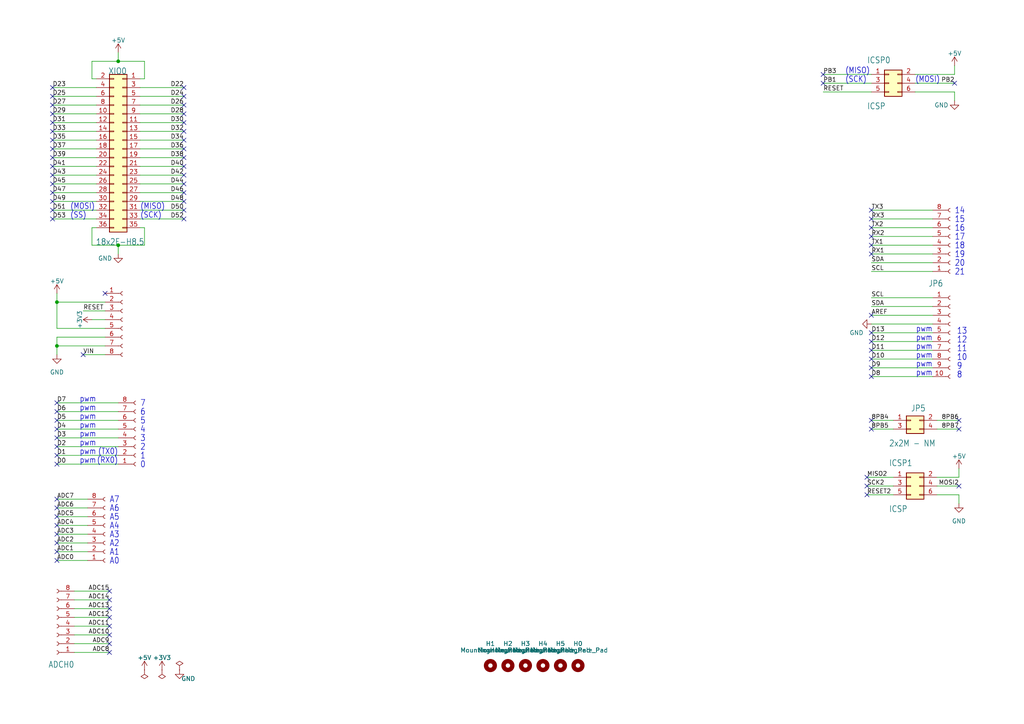
<source format=kicad_sch>
(kicad_sch (version 20230121) (generator eeschema)
  (paper "A4")
  (lib_symbols
    (symbol "Connector:Conn_01x08_Socket" (pin_names (offset 1.016) hide)
      (property "Reference" "J" (at 0 10.16 0))
      (property "Value" "Conn_01x08_Socket" (at 0 -12.7 0))
      (symbol "Conn_01x08_Socket_1_1"
        (arc (start 0 -9.652) (mid -0.5058 -10.16) (end 0 -10.668) (stroke (width 0.1524)))
        (arc (start 0 -7.112) (mid -0.5058 -7.62) (end 0 -8.128) (stroke (width 0.1524)))
        (arc (start 0 -4.572) (mid -0.5058 -5.08) (end 0 -5.588) (stroke (width 0.1524)))
        (arc (start 0 -2.032) (mid -0.5058 -2.54) (end 0 -3.048) (stroke (width 0.1524)))
        (polyline (pts (xy -1.27 -10.16) (xy -0.508 -10.16)) (stroke (width 0.1524)))
        (polyline (pts (xy -1.27 -7.62) (xy -0.508 -7.62)) (stroke (width 0.1524)))
        (polyline (pts (xy -1.27 -5.08) (xy -0.508 -5.08)) (stroke (width 0.1524)))
        (polyline (pts (xy -1.27 -2.54) (xy -0.508 -2.54)) (stroke (width 0.1524)))
        (polyline (pts (xy -1.27 0) (xy -0.508 0)) (stroke (width 0.1524)))
        (polyline (pts (xy -1.27 2.54) (xy -0.508 2.54)) (stroke (width 0.1524)))
        (polyline (pts (xy -1.27 5.08) (xy -0.508 5.08)) (stroke (width 0.1524)))
        (polyline (pts (xy -1.27 7.62) (xy -0.508 7.62)) (stroke (width 0.1524)))
        (arc (start 0 0.508) (mid -0.5058 0) (end 0 -0.508) (stroke (width 0.1524)))
        (arc (start 0 3.048) (mid -0.5058 2.54) (end 0 2.032) (stroke (width 0.1524)))
        (arc (start 0 5.588) (mid -0.5058 5.08) (end 0 4.572) (stroke (width 0.1524)))
        (arc (start 0 8.128) (mid -0.5058 7.62) (end 0 7.112) (stroke (width 0.1524)))
        (pin passive line (at -5.08 7.62 0) (length 3.81) (name "Pin_1") (number "1"))
        (pin passive line (at -5.08 5.08 0) (length 3.81) (name "Pin_2") (number "2"))
        (pin passive line (at -5.08 2.54 0) (length 3.81) (name "Pin_3") (number "3"))
        (pin passive line (at -5.08 0 0) (length 3.81) (name "Pin_4") (number "4"))
        (pin passive line (at -5.08 -2.54 0) (length 3.81) (name "Pin_5") (number "5"))
        (pin passive line (at -5.08 -5.08 0) (length 3.81) (name "Pin_6") (number "6"))
        (pin passive line (at -5.08 -7.62 0) (length 3.81) (name "Pin_7") (number "7"))
        (pin passive line (at -5.08 -10.16 0) (length 3.81) (name "Pin_8") (number "8"))
      )
    )
    (symbol "Connector:Conn_01x10_Socket" (pin_names (offset 1.016) hide)
      (property "Reference" "J" (at 0 12.7 0))
      (property "Value" "Conn_01x10_Socket" (at 0 -15.24 0))
      (symbol "Conn_01x10_Socket_1_1"
        (arc (start 0 -12.192) (mid -0.5058 -12.7) (end 0 -13.208) (stroke (width 0.1524)))
        (arc (start 0 -9.652) (mid -0.5058 -10.16) (end 0 -10.668) (stroke (width 0.1524)))
        (arc (start 0 -7.112) (mid -0.5058 -7.62) (end 0 -8.128) (stroke (width 0.1524)))
        (arc (start 0 -4.572) (mid -0.5058 -5.08) (end 0 -5.588) (stroke (width 0.1524)))
        (arc (start 0 -2.032) (mid -0.5058 -2.54) (end 0 -3.048) (stroke (width 0.1524)))
        (polyline (pts (xy -1.27 -12.7) (xy -0.508 -12.7)) (stroke (width 0.1524)))
        (polyline (pts (xy -1.27 -10.16) (xy -0.508 -10.16)) (stroke (width 0.1524)))
        (polyline (pts (xy -1.27 -7.62) (xy -0.508 -7.62)) (stroke (width 0.1524)))
        (polyline (pts (xy -1.27 -5.08) (xy -0.508 -5.08)) (stroke (width 0.1524)))
        (polyline (pts (xy -1.27 -2.54) (xy -0.508 -2.54)) (stroke (width 0.1524)))
        (polyline (pts (xy -1.27 0) (xy -0.508 0)) (stroke (width 0.1524)))
        (polyline (pts (xy -1.27 2.54) (xy -0.508 2.54)) (stroke (width 0.1524)))
        (polyline (pts (xy -1.27 5.08) (xy -0.508 5.08)) (stroke (width 0.1524)))
        (polyline (pts (xy -1.27 7.62) (xy -0.508 7.62)) (stroke (width 0.1524)))
        (polyline (pts (xy -1.27 10.16) (xy -0.508 10.16)) (stroke (width 0.1524)))
        (arc (start 0 0.508) (mid -0.5058 0) (end 0 -0.508) (stroke (width 0.1524)))
        (arc (start 0 3.048) (mid -0.5058 2.54) (end 0 2.032) (stroke (width 0.1524)))
        (arc (start 0 5.588) (mid -0.5058 5.08) (end 0 4.572) (stroke (width 0.1524)))
        (arc (start 0 8.128) (mid -0.5058 7.62) (end 0 7.112) (stroke (width 0.1524)))
        (arc (start 0 10.668) (mid -0.5058 10.16) (end 0 9.652) (stroke (width 0.1524)))
        (pin passive line (at -5.08 10.16 0) (length 3.81) (name "Pin_1") (number "1"))
        (pin passive line (at -5.08 -12.7 0) (length 3.81) (name "Pin_10") (number "10"))
        (pin passive line (at -5.08 7.62 0) (length 3.81) (name "Pin_2") (number "2"))
        (pin passive line (at -5.08 5.08 0) (length 3.81) (name "Pin_3") (number "3"))
        (pin passive line (at -5.08 2.54 0) (length 3.81) (name "Pin_4") (number "4"))
        (pin passive line (at -5.08 0 0) (length 3.81) (name "Pin_5") (number "5"))
        (pin passive line (at -5.08 -2.54 0) (length 3.81) (name "Pin_6") (number "6"))
        (pin passive line (at -5.08 -5.08 0) (length 3.81) (name "Pin_7") (number "7"))
        (pin passive line (at -5.08 -7.62 0) (length 3.81) (name "Pin_8") (number "8"))
        (pin passive line (at -5.08 -10.16 0) (length 3.81) (name "Pin_9") (number "9"))
      )
    )
    (symbol "Connector_Generic:Conn_02x02_Odd_Even" (pin_names (offset 1.016) hide)
      (property "Reference" "J" (at 1.27 2.54 0))
      (property "Value" "Conn_02x02_Odd_Even" (at 1.27 -5.08 0))
      (symbol "Conn_02x02_Odd_Even_1_1"
        (rectangle (start -1.27 -2.413) (end 0 -2.667) (stroke (width 0.1524)))
        (rectangle (start -1.27 0.127) (end 0 -0.127) (stroke (width 0.1524)))
        (rectangle (start -1.27 1.27) (end 3.81 -3.81) (stroke (width 0.254)) (fill (type background)))
        (rectangle (start 3.81 -2.413) (end 2.54 -2.667) (stroke (width 0.1524)))
        (rectangle (start 3.81 0.127) (end 2.54 -0.127) (stroke (width 0.1524)))
        (pin passive line (at -5.08 0 0) (length 3.81) (name "Pin_1") (number "1"))
        (pin passive line (at 7.62 0 180) (length 3.81) (name "Pin_2") (number "2"))
        (pin passive line (at -5.08 -2.54 0) (length 3.81) (name "Pin_3") (number "3"))
        (pin passive line (at 7.62 -2.54 180) (length 3.81) (name "Pin_4") (number "4"))
      )
    )
    (symbol "Connector_Generic:Conn_02x03_Odd_Even" (pin_names (offset 1.016) hide)
      (property "Reference" "J" (at 1.27 5.08 0))
      (property "Value" "Conn_02x03_Odd_Even" (at 1.27 -5.08 0))
      (symbol "Conn_02x03_Odd_Even_1_1"
        (rectangle (start -1.27 -2.413) (end 0 -2.667) (stroke (width 0.1524)))
        (rectangle (start -1.27 0.127) (end 0 -0.127) (stroke (width 0.1524)))
        (rectangle (start -1.27 2.667) (end 0 2.413) (stroke (width 0.1524)))
        (rectangle (start -1.27 3.81) (end 3.81 -3.81) (stroke (width 0.254)) (fill (type background)))
        (rectangle (start 3.81 -2.413) (end 2.54 -2.667) (stroke (width 0.1524)))
        (rectangle (start 3.81 0.127) (end 2.54 -0.127) (stroke (width 0.1524)))
        (rectangle (start 3.81 2.667) (end 2.54 2.413) (stroke (width 0.1524)))
        (pin passive line (at -5.08 2.54 0) (length 3.81) (name "Pin_1") (number "1"))
        (pin passive line (at 7.62 2.54 180) (length 3.81) (name "Pin_2") (number "2"))
        (pin passive line (at -5.08 0 0) (length 3.81) (name "Pin_3") (number "3"))
        (pin passive line (at 7.62 0 180) (length 3.81) (name "Pin_4") (number "4"))
        (pin passive line (at -5.08 -2.54 0) (length 3.81) (name "Pin_5") (number "5"))
        (pin passive line (at 7.62 -2.54 180) (length 3.81) (name "Pin_6") (number "6"))
      )
    )
    (symbol "Connector_Generic:Conn_02x18_Odd_Even" (pin_names (offset 1.016) hide)
      (property "Reference" "J" (at 1.27 22.86 0))
      (property "Value" "Conn_02x18_Odd_Even" (at 1.27 -25.4 0))
      (symbol "Conn_02x18_Odd_Even_1_1"
        (rectangle (start -1.27 -22.733) (end 0 -22.987) (stroke (width 0.1524)))
        (rectangle (start -1.27 -20.193) (end 0 -20.447) (stroke (width 0.1524)))
        (rectangle (start -1.27 -17.653) (end 0 -17.907) (stroke (width 0.1524)))
        (rectangle (start -1.27 -15.113) (end 0 -15.367) (stroke (width 0.1524)))
        (rectangle (start -1.27 -12.573) (end 0 -12.827) (stroke (width 0.1524)))
        (rectangle (start -1.27 -10.033) (end 0 -10.287) (stroke (width 0.1524)))
        (rectangle (start -1.27 -7.493) (end 0 -7.747) (stroke (width 0.1524)))
        (rectangle (start -1.27 -4.953) (end 0 -5.207) (stroke (width 0.1524)))
        (rectangle (start -1.27 -2.413) (end 0 -2.667) (stroke (width 0.1524)))
        (rectangle (start -1.27 0.127) (end 0 -0.127) (stroke (width 0.1524)))
        (rectangle (start -1.27 2.667) (end 0 2.413) (stroke (width 0.1524)))
        (rectangle (start -1.27 5.207) (end 0 4.953) (stroke (width 0.1524)))
        (rectangle (start -1.27 7.747) (end 0 7.493) (stroke (width 0.1524)))
        (rectangle (start -1.27 10.287) (end 0 10.033) (stroke (width 0.1524)))
        (rectangle (start -1.27 12.827) (end 0 12.573) (stroke (width 0.1524)))
        (rectangle (start -1.27 15.367) (end 0 15.113) (stroke (width 0.1524)))
        (rectangle (start -1.27 17.907) (end 0 17.653) (stroke (width 0.1524)))
        (rectangle (start -1.27 20.447) (end 0 20.193) (stroke (width 0.1524)))
        (rectangle (start -1.27 21.59) (end 3.81 -24.13) (stroke (width 0.254)) (fill (type background)))
        (rectangle (start 3.81 -22.733) (end 2.54 -22.987) (stroke (width 0.1524)))
        (rectangle (start 3.81 -20.193) (end 2.54 -20.447) (stroke (width 0.1524)))
        (rectangle (start 3.81 -17.653) (end 2.54 -17.907) (stroke (width 0.1524)))
        (rectangle (start 3.81 -15.113) (end 2.54 -15.367) (stroke (width 0.1524)))
        (rectangle (start 3.81 -12.573) (end 2.54 -12.827) (stroke (width 0.1524)))
        (rectangle (start 3.81 -10.033) (end 2.54 -10.287) (stroke (width 0.1524)))
        (rectangle (start 3.81 -7.493) (end 2.54 -7.747) (stroke (width 0.1524)))
        (rectangle (start 3.81 -4.953) (end 2.54 -5.207) (stroke (width 0.1524)))
        (rectangle (start 3.81 -2.413) (end 2.54 -2.667) (stroke (width 0.1524)))
        (rectangle (start 3.81 0.127) (end 2.54 -0.127) (stroke (width 0.1524)))
        (rectangle (start 3.81 2.667) (end 2.54 2.413) (stroke (width 0.1524)))
        (rectangle (start 3.81 5.207) (end 2.54 4.953) (stroke (width 0.1524)))
        (rectangle (start 3.81 7.747) (end 2.54 7.493) (stroke (width 0.1524)))
        (rectangle (start 3.81 10.287) (end 2.54 10.033) (stroke (width 0.1524)))
        (rectangle (start 3.81 12.827) (end 2.54 12.573) (stroke (width 0.1524)))
        (rectangle (start 3.81 15.367) (end 2.54 15.113) (stroke (width 0.1524)))
        (rectangle (start 3.81 17.907) (end 2.54 17.653) (stroke (width 0.1524)))
        (rectangle (start 3.81 20.447) (end 2.54 20.193) (stroke (width 0.1524)))
        (pin passive line (at -5.08 20.32 0) (length 3.81) (name "Pin_1") (number "1"))
        (pin passive line (at 7.62 10.16 180) (length 3.81) (name "Pin_10") (number "10"))
        (pin passive line (at -5.08 7.62 0) (length 3.81) (name "Pin_11") (number "11"))
        (pin passive line (at 7.62 7.62 180) (length 3.81) (name "Pin_12") (number "12"))
        (pin passive line (at -5.08 5.08 0) (length 3.81) (name "Pin_13") (number "13"))
        (pin passive line (at 7.62 5.08 180) (length 3.81) (name "Pin_14") (number "14"))
        (pin passive line (at -5.08 2.54 0) (length 3.81) (name "Pin_15") (number "15"))
        (pin passive line (at 7.62 2.54 180) (length 3.81) (name "Pin_16") (number "16"))
        (pin passive line (at -5.08 0 0) (length 3.81) (name "Pin_17") (number "17"))
        (pin passive line (at 7.62 0 180) (length 3.81) (name "Pin_18") (number "18"))
        (pin passive line (at -5.08 -2.54 0) (length 3.81) (name "Pin_19") (number "19"))
        (pin passive line (at 7.62 20.32 180) (length 3.81) (name "Pin_2") (number "2"))
        (pin passive line (at 7.62 -2.54 180) (length 3.81) (name "Pin_20") (number "20"))
        (pin passive line (at -5.08 -5.08 0) (length 3.81) (name "Pin_21") (number "21"))
        (pin passive line (at 7.62 -5.08 180) (length 3.81) (name "Pin_22") (number "22"))
        (pin passive line (at -5.08 -7.62 0) (length 3.81) (name "Pin_23") (number "23"))
        (pin passive line (at 7.62 -7.62 180) (length 3.81) (name "Pin_24") (number "24"))
        (pin passive line (at -5.08 -10.16 0) (length 3.81) (name "Pin_25") (number "25"))
        (pin passive line (at 7.62 -10.16 180) (length 3.81) (name "Pin_26") (number "26"))
        (pin passive line (at -5.08 -12.7 0) (length 3.81) (name "Pin_27") (number "27"))
        (pin passive line (at 7.62 -12.7 180) (length 3.81) (name "Pin_28") (number "28"))
        (pin passive line (at -5.08 -15.24 0) (length 3.81) (name "Pin_29") (number "29"))
        (pin passive line (at -5.08 17.78 0) (length 3.81) (name "Pin_3") (number "3"))
        (pin passive line (at 7.62 -15.24 180) (length 3.81) (name "Pin_30") (number "30"))
        (pin passive line (at -5.08 -17.78 0) (length 3.81) (name "Pin_31") (number "31"))
        (pin passive line (at 7.62 -17.78 180) (length 3.81) (name "Pin_32") (number "32"))
        (pin passive line (at -5.08 -20.32 0) (length 3.81) (name "Pin_33") (number "33"))
        (pin passive line (at 7.62 -20.32 180) (length 3.81) (name "Pin_34") (number "34"))
        (pin passive line (at -5.08 -22.86 0) (length 3.81) (name "Pin_35") (number "35"))
        (pin passive line (at 7.62 -22.86 180) (length 3.81) (name "Pin_36") (number "36"))
        (pin passive line (at 7.62 17.78 180) (length 3.81) (name "Pin_4") (number "4"))
        (pin passive line (at -5.08 15.24 0) (length 3.81) (name "Pin_5") (number "5"))
        (pin passive line (at 7.62 15.24 180) (length 3.81) (name "Pin_6") (number "6"))
        (pin passive line (at -5.08 12.7 0) (length 3.81) (name "Pin_7") (number "7"))
        (pin passive line (at 7.62 12.7 180) (length 3.81) (name "Pin_8") (number "8"))
        (pin passive line (at -5.08 10.16 0) (length 3.81) (name "Pin_9") (number "9"))
      )
    )
    (symbol "Mechanical:MountingHole" (pin_names (offset 1.016))
      (property "Reference" "H" (at 0 5.08 0))
      (property "Value" "MountingHole" (at 0 3.175 0))
      (symbol "MountingHole_0_1"
        (circle (center 0 0) (radius 1.27) (stroke (width 1.27)))
      )
    )
    (symbol "PCM_4ms_Power-symbol:PWR_FLAG" (power) (pin_numbers hide) (pin_names (offset 0) hide)
      (property "Value" "PWR_FLAG" (at 0 3.81 0))
      (symbol "PWR_FLAG_0_0"
        (pin power_out line (at 0 0 90) (length 0) (name "pwr") (number "1"))
      )
      (symbol "PWR_FLAG_0_1"
        (polyline (pts (xy 0 0) (xy 0 1.27) (xy -1.016 1.905) (xy 0 2.54) (xy 1.016 1.905) (xy 0 1.27)))
      )
    )
    (symbol "power:+3V3" (power) (pin_names (offset 0))
      (property "Value" "+3V3" (at 0 3.556 0))
      (symbol "+3V3_0_1"
        (polyline (pts (xy -0.762 1.27) (xy 0 2.54)))
        (polyline (pts (xy 0 0) (xy 0 2.54)))
        (polyline (pts (xy 0 2.54) (xy 0.762 1.27)))
      )
      (symbol "+3V3_1_1"
        (pin power_in line (at 0 0 90) (length 0) hide (name "+3V3") (number "1"))
      )
    )
    (symbol "power:+5V" (power) (pin_names (offset 0))
      (property "Value" "+5V" (at 0 3.556 0))
      (symbol "+5V_0_1"
        (polyline (pts (xy -0.762 1.27) (xy 0 2.54)))
        (polyline (pts (xy 0 0) (xy 0 2.54)))
        (polyline (pts (xy 0 2.54) (xy 0.762 1.27)))
      )
      (symbol "+5V_1_1"
        (pin power_in line (at 0 0 90) (length 0) hide (name "+5V") (number "1"))
      )
    )
    (symbol "power:GND" (power) (pin_names (offset 0))
      (property "Value" "GND" (at 0 -3.81 0))
      (symbol "GND_0_1"
        (polyline (pts (xy 0 0) (xy 0 -1.27) (xy 1.27 -1.27) (xy 0 -2.54) (xy -1.27 -1.27) (xy 0 -1.27)))
      )
      (symbol "GND_1_1"
        (pin power_in line (at 0 0 270) (length 0) hide (name "GND") (number "1"))
      )
    )
  )
  (junction (at 34.29 71.12))
  (junction (at 34.29 17.78))
  (junction (at 16.51 87.63))
  (junction (at 16.51 100.33))
  (no_connect (at 252.73 121.92))
  (no_connect (at 53.34 35.56))
  (no_connect (at 15.24 25.4))
  (no_connect (at 16.51 129.54))
  (no_connect (at 53.34 53.34))
  (no_connect (at 53.34 25.4))
  (no_connect (at 15.24 30.48))
  (no_connect (at 31.75 176.53))
  (no_connect (at 15.24 33.02))
  (no_connect (at 16.51 121.92))
  (no_connect (at 16.51 160.02))
  (no_connect (at 53.34 45.72))
  (no_connect (at 15.24 58.42))
  (no_connect (at 15.24 40.64))
  (no_connect (at 252.73 60.96))
  (no_connect (at 16.51 149.86))
  (no_connect (at 31.75 179.07))
  (no_connect (at 53.34 55.88))
  (no_connect (at 53.34 27.94))
  (no_connect (at 16.51 116.84))
  (no_connect (at 252.73 96.52))
  (no_connect (at 15.24 43.18))
  (no_connect (at 238.76 21.59))
  (no_connect (at 15.24 38.1))
  (no_connect (at 53.34 33.02))
  (no_connect (at 16.51 144.78))
  (no_connect (at 278.13 121.92))
  (no_connect (at 252.73 124.46))
  (no_connect (at 53.34 40.64))
  (no_connect (at 252.73 109.22))
  (no_connect (at 15.24 63.5))
  (no_connect (at 53.34 43.18))
  (no_connect (at 252.73 91.44))
  (no_connect (at 15.24 53.34))
  (no_connect (at 15.24 60.96))
  (no_connect (at 53.34 48.26))
  (no_connect (at 251.46 138.43))
  (no_connect (at 24.13 102.87))
  (no_connect (at 15.24 35.56))
  (no_connect (at 31.75 181.61))
  (no_connect (at 252.73 63.5))
  (no_connect (at 16.51 162.56))
  (no_connect (at 278.13 124.46))
  (no_connect (at 16.51 157.48))
  (no_connect (at 252.73 101.6))
  (no_connect (at 31.75 184.15))
  (no_connect (at 252.73 66.04))
  (no_connect (at 16.51 124.46))
  (no_connect (at 15.24 27.94))
  (no_connect (at 16.51 152.4))
  (no_connect (at 53.34 50.8))
  (no_connect (at 16.51 127))
  (no_connect (at 53.34 38.1))
  (no_connect (at 15.24 48.26))
  (no_connect (at 276.86 24.13))
  (no_connect (at 252.73 106.68))
  (no_connect (at 252.73 73.66))
  (no_connect (at 16.51 154.94))
  (no_connect (at 31.75 173.99))
  (no_connect (at 251.46 140.97))
  (no_connect (at 30.48 85.09))
  (no_connect (at 16.51 147.32))
  (no_connect (at 53.34 58.42))
  (no_connect (at 16.51 119.38))
  (no_connect (at 15.24 50.8))
  (no_connect (at 252.73 99.06))
  (no_connect (at 251.46 143.51))
  (no_connect (at 31.75 189.23))
  (no_connect (at 252.73 104.14))
  (no_connect (at 278.13 140.97))
  (no_connect (at 16.51 134.62))
  (no_connect (at 16.51 132.08))
  (no_connect (at 31.75 171.45))
  (no_connect (at 53.34 30.48))
  (no_connect (at 31.75 186.69))
  (no_connect (at 15.24 45.72))
  (no_connect (at 53.34 63.5))
  (no_connect (at 238.76 24.13))
  (no_connect (at 252.73 68.58))
  (no_connect (at 53.34 60.96))
  (no_connect (at 15.24 55.88))
  (no_connect (at 252.73 71.12))
  (wire (pts (xy 40.64 25.4) (xy 53.34 25.4)))
  (wire (pts (xy 15.24 30.48) (xy 27.94 30.48)))
  (wire (pts (xy 270.51 71.12) (xy 252.73 71.12)))
  (wire (pts (xy 252.73 24.13) (xy 238.76 24.13)))
  (wire (pts (xy 31.75 181.61) (xy 21.59 181.61)))
  (wire (pts (xy 265.43 24.13) (xy 276.86 24.13)))
  (wire (pts (xy 25.4 162.56) (xy 16.51 162.56)))
  (wire (pts (xy 276.86 29.21) (xy 276.86 26.67)))
  (wire (pts (xy 15.24 33.02) (xy 27.94 33.02)))
  (wire (pts (xy 41.91 66.04) (xy 40.64 66.04)))
  (wire (pts (xy 252.73 88.9) (xy 270.51 88.9)))
  (wire (pts (xy 34.29 127) (xy 16.51 127)))
  (wire (pts (xy 34.29 17.78) (xy 34.29 15.24)))
  (wire (pts (xy 25.4 152.4) (xy 16.51 152.4)))
  (wire (pts (xy 30.48 95.25) (xy 16.51 95.25)))
  (wire (pts (xy 25.4 157.48) (xy 16.51 157.48)))
  (wire (pts (xy 34.29 132.08) (xy 16.51 132.08)))
  (wire (pts (xy 41.91 71.12) (xy 41.91 66.04)))
  (wire (pts (xy 251.46 140.97) (xy 259.08 140.97)))
  (wire (pts (xy 16.51 149.86) (xy 25.4 149.86)))
  (wire (pts (xy 278.13 143.51) (xy 278.13 146.05)))
  (wire (pts (xy 252.73 101.6) (xy 270.51 101.6)))
  (wire (pts (xy 16.51 87.63) (xy 16.51 85.09)))
  (wire (pts (xy 270.51 60.96) (xy 252.73 60.96)))
  (wire (pts (xy 40.64 35.56) (xy 53.34 35.56)))
  (wire (pts (xy 53.34 63.5) (xy 40.64 63.5)))
  (wire (pts (xy 15.24 60.96) (xy 27.94 60.96)))
  (wire (pts (xy 34.29 134.62) (xy 16.51 134.62)))
  (wire (pts (xy 40.64 30.48) (xy 53.34 30.48)))
  (wire (pts (xy 252.73 96.52) (xy 270.51 96.52)))
  (wire (pts (xy 15.24 50.8) (xy 27.94 50.8)))
  (wire (pts (xy 270.51 109.22) (xy 252.73 109.22)))
  (wire (pts (xy 15.24 43.18) (xy 27.94 43.18)))
  (wire (pts (xy 16.51 147.32) (xy 25.4 147.32)))
  (wire (pts (xy 40.64 53.34) (xy 53.34 53.34)))
  (wire (pts (xy 40.64 38.1) (xy 53.34 38.1)))
  (wire (pts (xy 278.13 138.43) (xy 278.13 135.89)))
  (wire (pts (xy 15.24 48.26) (xy 27.94 48.26)))
  (wire (pts (xy 21.59 179.07) (xy 31.75 179.07)))
  (wire (pts (xy 251.46 138.43) (xy 259.08 138.43)))
  (wire (pts (xy 15.24 38.1) (xy 27.94 38.1)))
  (wire (pts (xy 40.64 48.26) (xy 53.34 48.26)))
  (wire (pts (xy 30.48 100.33) (xy 16.51 100.33)))
  (wire (pts (xy 252.73 99.06) (xy 270.51 99.06)))
  (wire (pts (xy 270.51 73.66) (xy 252.73 73.66)))
  (wire (pts (xy 15.24 35.56) (xy 27.94 35.56)))
  (wire (pts (xy 25.4 144.78) (xy 16.51 144.78)))
  (wire (pts (xy 40.64 58.42) (xy 53.34 58.42)))
  (wire (pts (xy 271.78 138.43) (xy 278.13 138.43)))
  (wire (pts (xy 16.51 87.63) (xy 16.51 95.25)))
  (wire (pts (xy 40.64 45.72) (xy 53.34 45.72)))
  (wire (pts (xy 270.51 78.74) (xy 252.73 78.74)))
  (wire (pts (xy 21.59 184.15) (xy 31.75 184.15)))
  (wire (pts (xy 15.24 45.72) (xy 27.94 45.72)))
  (wire (pts (xy 16.51 97.79) (xy 16.51 100.33)))
  (wire (pts (xy 40.64 55.88) (xy 53.34 55.88)))
  (wire (pts (xy 252.73 63.5) (xy 270.51 63.5)))
  (wire (pts (xy 41.91 17.78) (xy 41.91 22.86)))
  (wire (pts (xy 270.51 76.2) (xy 252.73 76.2)))
  (wire (pts (xy 34.29 119.38) (xy 16.51 119.38)))
  (wire (pts (xy 26.67 22.86) (xy 27.94 22.86)))
  (wire (pts (xy 16.51 100.33) (xy 16.51 102.87)))
  (wire (pts (xy 53.34 33.02) (xy 40.64 33.02)))
  (wire (pts (xy 15.24 25.4) (xy 27.94 25.4)))
  (wire (pts (xy 271.78 143.51) (xy 278.13 143.51)))
  (wire (pts (xy 271.78 124.46) (xy 278.13 124.46)))
  (wire (pts (xy 252.73 26.67) (xy 238.76 26.67)))
  (wire (pts (xy 26.67 22.86) (xy 26.67 17.78)))
  (wire (pts (xy 270.51 93.98) (xy 252.73 93.98)))
  (wire (pts (xy 259.08 124.46) (xy 252.73 124.46)))
  (wire (pts (xy 276.86 19.05) (xy 276.86 21.59)))
  (wire (pts (xy 15.24 58.42) (xy 27.94 58.42)))
  (wire (pts (xy 26.67 71.12) (xy 34.29 71.12)))
  (wire (pts (xy 15.24 27.94) (xy 27.94 27.94)))
  (wire (pts (xy 252.73 106.68) (xy 270.51 106.68)))
  (wire (pts (xy 30.48 97.79) (xy 16.51 97.79)))
  (wire (pts (xy 31.75 186.69) (xy 21.59 186.69)))
  (wire (pts (xy 21.59 171.45) (xy 31.75 171.45)))
  (wire (pts (xy 26.67 17.78) (xy 34.29 17.78)))
  (wire (pts (xy 16.51 160.02) (xy 25.4 160.02)))
  (wire (pts (xy 15.24 55.88) (xy 27.94 55.88)))
  (wire (pts (xy 31.75 176.53) (xy 21.59 176.53)))
  (wire (pts (xy 15.24 53.34) (xy 27.94 53.34)))
  (wire (pts (xy 34.29 71.12) (xy 41.91 71.12)))
  (wire (pts (xy 265.43 26.67) (xy 276.86 26.67)))
  (wire (pts (xy 251.46 143.51) (xy 259.08 143.51)))
  (wire (pts (xy 271.78 121.92) (xy 278.13 121.92)))
  (wire (pts (xy 53.34 50.8) (xy 40.64 50.8)))
  (wire (pts (xy 34.29 121.92) (xy 16.51 121.92)))
  (wire (pts (xy 34.29 116.84) (xy 16.51 116.84)))
  (wire (pts (xy 270.51 86.36) (xy 252.73 86.36)))
  (wire (pts (xy 53.34 60.96) (xy 40.64 60.96)))
  (wire (pts (xy 252.73 68.58) (xy 270.51 68.58)))
  (wire (pts (xy 24.13 90.17) (xy 30.48 90.17)))
  (wire (pts (xy 40.64 40.64) (xy 53.34 40.64)))
  (wire (pts (xy 238.76 21.59) (xy 252.73 21.59)))
  (wire (pts (xy 21.59 189.23) (xy 31.75 189.23)))
  (wire (pts (xy 53.34 43.18) (xy 40.64 43.18)))
  (wire (pts (xy 30.48 92.71) (xy 26.67 92.71)))
  (wire (pts (xy 41.91 22.86) (xy 40.64 22.86)))
  (wire (pts (xy 34.29 73.66) (xy 34.29 71.12)))
  (wire (pts (xy 16.51 154.94) (xy 25.4 154.94)))
  (wire (pts (xy 15.24 63.5) (xy 27.94 63.5)))
  (wire (pts (xy 16.51 87.63) (xy 30.48 87.63)))
  (wire (pts (xy 252.73 66.04) (xy 270.51 66.04)))
  (wire (pts (xy 31.75 173.99) (xy 21.59 173.99)))
  (wire (pts (xy 278.13 140.97) (xy 271.78 140.97)))
  (wire (pts (xy 26.67 66.04) (xy 26.67 71.12)))
  (wire (pts (xy 15.24 40.64) (xy 27.94 40.64)))
  (wire (pts (xy 26.67 66.04) (xy 27.94 66.04)))
  (wire (pts (xy 40.64 27.94) (xy 53.34 27.94)))
  (wire (pts (xy 265.43 21.59) (xy 276.86 21.59)))
  (wire (pts (xy 34.29 124.46) (xy 16.51 124.46)))
  (wire (pts (xy 41.91 17.78) (xy 34.29 17.78)))
  (wire (pts (xy 252.73 121.92) (xy 259.08 121.92)))
  (wire (pts (xy 252.73 104.14) (xy 270.51 104.14)))
  (wire (pts (xy 24.13 102.87) (xy 30.48 102.87)))
  (wire (pts (xy 270.51 91.44) (xy 252.73 91.44)))
  (wire (pts (xy 16.51 129.54) (xy 34.29 129.54)))
  (text "(SCK)" (at 245.11 24.13 0) (effects (font (size 1.6764 1.4249)) (justify left bottom)))
  (text "A2" (at 31.75 158.75 0) (effects (font (size 1.778 1.5113)) (justify left bottom)))
  (text "pwm" (at 270.51 96.52 0) (effects (font (size 1.6764 1.4249)) (justify right bottom)))
  (text "11" (at 277.495 102.235 0) (effects (font (size 1.778 1.5113)) (justify left bottom)))
  (text "12" (at 277.495 99.695 0) (effects (font (size 1.778 1.5113)) (justify left bottom)))
  (text "8" (at 277.495 109.855 0) (effects (font (size 1.778 1.5113)) (justify left bottom)))
  (text "15" (at 276.86 64.77 0) (effects (font (size 1.778 1.5113)) (justify left bottom)))
  (text "pwm" (at 27.94 121.92 0) (effects (font (size 1.6764 1.4249)) (justify right bottom)))
  (text "2" (at 40.64 130.81 0) (effects (font (size 1.778 1.5113)) (justify left bottom)))
  (text "1" (at 40.64 133.35 0) (effects (font (size 1.778 1.5113)) (justify left bottom)))
  (text "21" (at 276.86 80.01 0) (effects (font (size 1.778 1.5113)) (justify left bottom)))
  (text "A7" (at 31.75 146.05 0) (effects (font (size 1.778 1.5113)) (justify left bottom)))
  (text "A3" (at 31.75 156.21 0) (effects (font (size 1.778 1.5113)) (justify left bottom)))
  (text "pwm" (at 27.94 129.54 0) (effects (font (size 1.6764 1.4249)) (justify right bottom)))
  (text "(MOSI)" (at 20.32 60.96 0) (effects (font (size 1.6764 1.4249)) (justify left bottom)))
  (text "14" (at 276.86 62.23 0) (effects (font (size 1.778 1.5113)) (justify left bottom)))
  (text "A1" (at 31.75 161.29 0) (effects (font (size 1.778 1.5113)) (justify left bottom)))
  (text "(TX0)" (at 34.29 132.08 0) (effects (font (size 1.6764 1.4249)) (justify right bottom)))
  (text "pwm" (at 27.94 119.38 0) (effects (font (size 1.6764 1.4249)) (justify right bottom)))
  (text "5" (at 40.64 123.19 0) (effects (font (size 1.778 1.5113)) (justify left bottom)))
  (text "4" (at 40.64 125.73 0) (effects (font (size 1.778 1.5113)) (justify left bottom)))
  (text "20" (at 276.86 77.47 0) (effects (font (size 1.778 1.5113)) (justify left bottom)))
  (text "18" (at 276.86 72.39 0) (effects (font (size 1.778 1.5113)) (justify left bottom)))
  (text "(SS)" (at 20.32 63.5 0) (effects (font (size 1.6764 1.4249)) (justify left bottom)))
  (text "pwm" (at 27.94 116.84 0) (effects (font (size 1.6764 1.4249)) (justify right bottom)))
  (text "pwm" (at 27.94 124.46 0) (effects (font (size 1.6764 1.4249)) (justify right bottom)))
  (text "(SCK)" (at 40.64 63.5 0) (effects (font (size 1.6764 1.4249)) (justify left bottom)))
  (text "pwm" (at 27.94 127 0) (effects (font (size 1.6764 1.4249)) (justify right bottom)))
  (text "17" (at 276.86 69.85 0) (effects (font (size 1.778 1.5113)) (justify left bottom)))
  (text "(MOSI)" (at 265.43 24.13 0) (effects (font (size 1.6764 1.4249)) (justify left bottom)))
  (text "13" (at 277.495 97.155 0) (effects (font (size 1.778 1.5113)) (justify left bottom)))
  (text "pwm" (at 270.51 106.68 0) (effects (font (size 1.6764 1.4249)) (justify right bottom)))
  (text "3" (at 40.64 128.27 0) (effects (font (size 1.778 1.5113)) (justify left bottom)))
  (text "6" (at 40.64 120.65 0) (effects (font (size 1.778 1.5113)) (justify left bottom)))
  (text "19" (at 276.86 74.93 0) (effects (font (size 1.778 1.5113)) (justify left bottom)))
  (text "0" (at 40.64 135.89 0) (effects (font (size 1.778 1.5113)) (justify left bottom)))
  (text "pwm" (at 270.51 101.6 0) (effects (font (size 1.6764 1.4249)) (justify right bottom)))
  (text "7" (at 40.64 118.11 0) (effects (font (size 1.778 1.5113)) (justify left bottom)))
  (text "A5" (at 31.75 151.13 0) (effects (font (size 1.778 1.5113)) (justify left bottom)))
  (text "pwm" (at 270.51 109.22 0) (effects (font (size 1.6764 1.4249)) (justify right bottom)))
  (text "9" (at 277.495 107.315 0) (effects (font (size 1.778 1.5113)) (justify left bottom)))
  (text "16" (at 276.86 67.31 0) (effects (font (size 1.778 1.5113)) (justify left bottom)))
  (text "A4" (at 31.75 153.67 0) (effects (font (size 1.778 1.5113)) (justify left bottom)))
  (text "A0" (at 31.75 163.83 0) (effects (font (size 1.778 1.5113)) (justify left bottom)))
  (text "10" (at 277.495 104.775 0) (effects (font (size 1.778 1.5113)) (justify left bottom)))
  (text "pwm" (at 27.94 134.62 0) (effects (font (size 1.6764 1.4249)) (justify right bottom)))
  (text "(RX0)" (at 34.29 134.62 0) (effects (font (size 1.6764 1.4249)) (justify right bottom)))
  (text "pwm" (at 270.51 104.14 0) (effects (font (size 1.6764 1.4249)) (justify right bottom)))
  (text "(MISO)" (at 245.11 21.59 0) (effects (font (size 1.6764 1.4249)) (justify left bottom)))
  (text "A6" (at 31.75 148.59 0) (effects (font (size 1.778 1.5113)) (justify left bottom)))
  (text "pwm" (at 27.94 132.08 0) (effects (font (size 1.6764 1.4249)) (justify right bottom)))
  (text "(MISO)" (at 40.64 60.96 0) (effects (font (size 1.6764 1.4249)) (justify left bottom)))
  (text "pwm" (at 270.51 99.06 0) (effects (font (size 1.6764 1.4249)) (justify right bottom)))
  (label "D26" (at 53.34 30.48 180))
  (label "D38" (at 53.34 45.72 180))
  (label "D13" (at 252.73 96.52 0))
  (label "D40" (at 53.34 48.26 180))
  (label "RESET" (at 238.76 26.67 0))
  (label "D36" (at 53.34 43.18 180))
  (label "D52" (at 53.34 63.5 180))
  (label "D42" (at 53.34 50.8 180))
  (label "D47" (at 15.24 55.88 0))
  (label "D31" (at 15.24 35.56 0))
  (label "SDA" (at 252.73 88.9 0) (effects (font (size 1.2446 1.2446))))
  (label "ADC11" (at 31.75 181.61 180) (effects (font (size 1.2446 1.2446))))
  (label "ADC10" (at 31.75 184.15 180) (effects (font (size 1.2446 1.2446))))
  (label "D35" (at 15.24 40.64 0))
  (label "8PB4" (at 252.73 121.92 0) (effects (font (size 1.2446 1.2446))))
  (label "D37" (at 15.24 43.18 0))
  (label "SCL" (at 252.73 78.74 0) (effects (font (size 1.2446 1.2446))))
  (label "D48" (at 53.34 58.42 180))
  (label "MOSI2" (at 278.13 140.97 180) (effects (font (size 1.2446 1.2446))))
  (label "D34" (at 53.34 40.64 180))
  (label "D24" (at 53.34 27.94 180))
  (label "TX2" (at 252.73 66.04 0) (effects (font (size 1.2446 1.2446))))
  (label "ADC9" (at 31.75 186.69 180) (effects (font (size 1.2446 1.2446))))
  (label "D39" (at 15.24 45.72 0))
  (label "8PB6" (at 278.13 121.92 180) (effects (font (size 1.2446 1.2446))))
  (label "RESET" (at 24.13 90.17 0))
  (label "D4" (at 16.51 124.46 0))
  (label "D25" (at 15.24 27.94 0))
  (label "ADC3" (at 16.51 154.94 0) (effects (font (size 1.2446 1.2446))))
  (label "ADC13" (at 31.75 176.53 180) (effects (font (size 1.2446 1.2446))))
  (label "ADC12" (at 31.75 179.07 180) (effects (font (size 1.2446 1.2446))))
  (label "ADC6" (at 16.51 147.32 0) (effects (font (size 1.2446 1.2446))))
  (label "PB2" (at 276.86 24.13 180) (effects (font (size 1.2446 1.2446))))
  (label "D30" (at 53.34 35.56 180))
  (label "D29" (at 15.24 33.02 0))
  (label "D7" (at 16.51 116.84 0))
  (label "D45" (at 15.24 53.34 0))
  (label "8PB5" (at 252.73 124.46 0) (effects (font (size 1.2446 1.2446))))
  (label "D44" (at 53.34 53.34 180))
  (label "D50" (at 53.34 60.96 180))
  (label "D6" (at 16.51 119.38 0))
  (label "SCL" (at 252.73 86.36 0) (effects (font (size 1.2446 1.2446))))
  (label "SCK2" (at 251.46 140.97 0) (effects (font (size 1.2446 1.2446))))
  (label "RX2" (at 252.73 68.58 0) (effects (font (size 1.2446 1.2446))))
  (label "RX3" (at 252.73 63.5 0) (effects (font (size 1.2446 1.2446))))
  (label "D11" (at 252.73 101.6 0))
  (label "AREF" (at 252.73 91.44 0) (effects (font (size 1.2446 1.2446))))
  (label "MISO2" (at 251.46 138.43 0) (effects (font (size 1.2446 1.2446))))
  (label "RESET2" (at 251.46 143.51 0) (effects (font (size 1.2446 1.2446))))
  (label "D22" (at 53.34 25.4 180))
  (label "D32" (at 53.34 38.1 180))
  (label "8PB7" (at 278.13 124.46 180) (effects (font (size 1.2446 1.2446))))
  (label "D51" (at 15.24 60.96 0))
  (label "D43" (at 15.24 50.8 0))
  (label "D12" (at 252.73 99.06 0))
  (label "D5" (at 16.51 121.92 0))
  (label "D10" (at 252.73 104.14 0))
  (label "D53" (at 15.24 63.5 0))
  (label "D28" (at 53.34 33.02 180))
  (label "ADC5" (at 16.51 149.86 0) (effects (font (size 1.2446 1.2446))))
  (label "D9" (at 252.73 106.68 0))
  (label "TX3" (at 252.73 60.96 0) (effects (font (size 1.2446 1.2446))))
  (label "D41" (at 15.24 48.26 0))
  (label "D2" (at 16.51 129.54 0))
  (label "ADC14" (at 31.75 173.99 180) (effects (font (size 1.2446 1.2446))))
  (label "ADC2" (at 16.51 157.48 0) (effects (font (size 1.2446 1.2446))))
  (label "D8" (at 252.73 109.22 0))
  (label "VIN" (at 24.13 102.87 0) (effects (font (size 1.2446 1.2446))))
  (label "PB1" (at 238.76 24.13 0) (effects (font (size 1.2446 1.2446))))
  (label "ADC8" (at 31.75 189.23 180) (effects (font (size 1.2446 1.2446))))
  (label "D46" (at 53.34 55.88 180))
  (label "ADC0" (at 16.51 162.56 0) (effects (font (size 1.2446 1.2446))))
  (label "D49" (at 15.24 58.42 0))
  (label "RX1" (at 252.73 73.66 0) (effects (font (size 1.2446 1.2446))))
  (label "ADC1" (at 16.51 160.02 0) (effects (font (size 1.2446 1.2446))))
  (label "D33" (at 15.24 38.1 0))
  (label "ADC15" (at 31.75 171.45 180) (effects (font (size 1.2446 1.2446))))
  (label "D1" (at 16.51 132.08 0))
  (label "D27" (at 15.24 30.48 0))
  (label "ADC7" (at 16.51 144.78 0) (effects (font (size 1.2446 1.2446))))
  (label "TX1" (at 252.73 71.12 0) (effects (font (size 1.2446 1.2446))))
  (label "D3" (at 16.51 127 0))
  (label "D23" (at 15.24 25.4 0))
  (label "D0" (at 16.51 134.62 0))
  (label "ADC4" (at 16.51 152.4 0) (effects (font (size 1.2446 1.2446))))
  (label "SDA" (at 252.73 76.2 0) (effects (font (size 1.2446 1.2446))))
  (label "PB3" (at 238.76 21.59 0) (effects (font (size 1.2446 1.2446))))
  (symbol (lib_id "PCM_4ms_Power-symbol:PWR_FLAG") (at 46.99 194.31 180) (unit 1)
    (property "Reference" "#FLG0101" (effects hide))
    (property "Value" "PWR_FLAG" (effects hide))
  )
  (symbol (lib_id "power:GND") (at 278.13 146.05 0) (unit 1)
    (property "Reference" "#PWR0102" (effects hide))
    (property "Value" "GND" (at 278.13 151.13 0))
  )
  (symbol (lib_id "Mechanical:MountingHole") (at 157.48 193.04 0) (unit 1)
    (property "Reference" "H4" (at 157.48 186.69 0))
    (property "Value" "MountingHole_Pad" (at 157.48 188.595 0))
    (property "Footprint" "MountingHole:MountingHole_3.2mm_M3" (effects hide))
  )
  (symbol (lib_id "power:+5V") (at 16.51 85.09 0) (unit 1)
    (property "Reference" "#P+0104" (effects hide))
    (property "Value" "+5V" (at 16.51 81.534 0))
    (property "Footprint" "MEGA2560_Rev3e:" (effects hide))
  )
  (symbol (lib_id "Connector_Generic:Conn_02x03_Odd_Even") (at 257.81 24.13 0) (unit 1)
    (property "Reference" "ICSP0" (at 251.46 18.415 0) (effects (font (size 1.778 1.5113)) (justify left bottom)))
    (property "Value" "ICSP" (at 251.46 31.75 0) (effects (font (size 1.778 1.5113)) (justify left bottom)))
    (property "Footprint" "Connector_PinSocket_2.54mm:PinSocket_2x03_P2.54mm_Vertical" (effects hide))
  )
  (symbol (lib_id "power:GND") (at 252.73 93.98 270) (unit 1)
    (property "Reference" "#PWR0105" (effects hide))
    (property "Value" "GND" (at 246.38 96.52 90) (effects (justify left)))
  )
  (symbol (lib_id "power:+3V3") (at 26.67 92.71 90) (unit 1)
    (property "Reference" "#+3V0101" (effects hide))
    (property "Value" "+3V3" (at 23.114 92.71 0))
    (property "Footprint" "MEGA2560_Rev3e:" (effects hide))
  )
  (symbol (lib_id "Connector:Conn_01x08_Socket") (at 275.59 71.12 0) (mirror x) (unit 1)
    (property "Reference" "COMMUNICATION0" (effects hide))
    (property "Value" "FH254-108DF08500V" (effects hide))
    (property "Footprint" "Connector_PinHeader_2.54mm:PinHeader_1x08_P2.54mm_Vertical" (effects hide))
  )
  (symbol (lib_id "PCM_4ms_Power-symbol:PWR_FLAG") (at 52.07 194.31 0) (unit 1)
    (property "Reference" "#FLG01" (effects hide))
    (property "Value" "PWR_FLAG" (effects hide))
  )
  (symbol (lib_id "Mechanical:MountingHole") (at 152.4 193.04 0) (unit 1)
    (property "Reference" "H3" (at 152.4 186.69 0))
    (property "Value" "MountingHole_Pad" (at 152.4 188.595 0))
    (property "Footprint" "MountingHole:MountingHole_3.2mm_M3" (effects hide))
  )
  (symbol (lib_id "power:GND") (at 52.07 194.31 0) (unit 1)
    (property "Reference" "#PWR01" (effects hide))
    (property "Value" "GND" (at 54.61 196.85 0))
  )
  (symbol (lib_id "Connector_Generic:Conn_02x02_Odd_Even") (at 264.16 121.92 0) (unit 1)
    (property "Reference" "JP5" (at 264.16 119.38 0) (effects (font (size 1.778 1.5113)) (justify left bottom)))
    (property "Value" "2x2M - NM" (at 257.81 129.54 0) (effects (font (size 1.778 1.5113)) (justify left bottom)))
    (property "Footprint" "Connector_PinSocket_2.54mm:PinSocket_2x02_P2.54mm_Vertical" (effects hide))
  )
  (symbol (lib_id "Connector_Generic:Conn_02x18_Odd_Even") (at 35.56 43.18 0) (mirror y) (unit 1)
    (property "Reference" "XIO0" (at 36.83 21.59 0) (effects (font (size 1.778 1.5113)) (justify left bottom)))
    (property "Value" "18x2F-H8.5" (at 41.91 71.12 0) (effects (font (size 1.778 1.5113)) (justify left bottom)))
    (property "Footprint" "Connector_PinHeader_2.54mm:PinHeader_2x18_P2.54mm_Vertical" (effects hide))
  )
  (symbol (lib_id "Connector:Conn_01x08_Socket") (at 39.37 127 0) (mirror x) (unit 1)
    (property "Reference" "PWML0" (effects hide))
    (property "Value" "FH254-108DF08500V" (effects hide))
    (property "Footprint" "Connector_PinHeader_2.54mm:PinHeader_1x08_P2.54mm_Vertical" (effects hide))
  )
  (symbol (lib_id "Connector:Conn_01x08_Socket") (at 35.56 92.71 0) (unit 1)
    (property "Reference" "POWER0" (effects hide))
    (property "Value" "FH254-108DF08500V" (effects hide))
    (property "Footprint" "Connector_PinHeader_2.54mm:PinHeader_1x08_P2.54mm_Vertical" (effects hide))
  )
  (symbol (lib_id "power:GND") (at 16.51 102.87 0) (unit 1)
    (property "Reference" "#PWR0104" (effects hide))
    (property "Value" "GND" (at 16.51 107.95 0))
  )
  (symbol (lib_id "power:+3V3") (at 46.99 194.31 0) (unit 1)
    (property "Reference" "#+3V01" (effects hide))
    (property "Value" "+3V3" (at 46.99 190.754 0))
    (property "Footprint" "MEGA2560_Rev3e:" (effects hide))
  )
  (symbol (lib_id "PCM_4ms_Power-symbol:PWR_FLAG") (at 41.91 194.31 180) (unit 1)
    (property "Reference" "#FLG0102" (effects hide))
    (property "Value" "PWR_FLAG" (effects hide))
  )
  (symbol (lib_id "power:GND") (at 276.86 29.21 0) (mirror y) (unit 1)
    (property "Reference" "#PWR0103" (effects hide))
    (property "Value" "GND" (at 273.05 30.48 0))
  )
  (symbol (lib_id "Connector:Conn_01x08_Socket") (at 16.51 181.61 180) (unit 1)
    (property "Reference" "ADCH0" (at 21.59 191.77 0) (effects (font (size 1.778 1.5113)) (justify left bottom)))
    (property "Value" "FH254-108DF08500V" (effects hide))
    (property "Footprint" "Connector_PinHeader_2.54mm:PinHeader_1x08_P2.54mm_Vertical" (effects hide))
  )
  (symbol (lib_id "Mechanical:MountingHole") (at 167.64 193.04 0) (unit 1)
    (property "Reference" "H0" (at 167.64 186.69 0))
    (property "Value" "MountingHole_Pad" (at 167.64 188.595 0))
    (property "Footprint" "MountingHole:MountingHole_3.2mm_M3" (effects hide))
  )
  (symbol (lib_id "Mechanical:MountingHole") (at 162.56 193.04 0) (unit 1)
    (property "Reference" "H5" (at 162.56 186.69 0))
    (property "Value" "MountingHole_Pad" (at 162.56 188.595 0))
    (property "Footprint" "MountingHole:MountingHole_3.2mm_M3" (effects hide))
  )
  (symbol (lib_id "power:+5V") (at 41.91 194.31 0) (mirror y) (unit 1)
    (property "Reference" "#P+01" (effects hide))
    (property "Value" "+5V" (at 41.91 190.754 0))
    (property "Footprint" "MEGA2560_Rev3e:" (effects hide))
  )
  (symbol (lib_id "power:+5V") (at 278.13 135.89 0) (unit 1)
    (property "Reference" "#P+0102" (effects hide))
    (property "Value" "+5V" (at 278.13 132.334 0))
    (property "Footprint" "MEGA2560_Rev3e:" (effects hide))
  )
  (symbol (lib_id "Connector_Generic:Conn_02x03_Odd_Even") (at 264.16 140.97 0) (unit 1)
    (property "Reference" "ICSP1" (at 257.81 135.255 0) (effects (font (size 1.778 1.5113)) (justify left bottom)))
    (property "Value" "ICSP" (at 257.81 148.59 0) (effects (font (size 1.778 1.5113)) (justify left bottom)))
    (property "Footprint" "Connector_PinSocket_2.54mm:PinSocket_2x03_P2.54mm_Vertical" (effects hide))
  )
  (symbol (lib_id "power:GND") (at 34.29 73.66 0) (mirror y) (unit 1)
    (property "Reference" "#PWR0101" (effects hide))
    (property "Value" "GND" (at 30.48 74.93 0))
  )
  (symbol (lib_id "power:+5V") (at 276.86 19.05 0) (unit 1)
    (property "Reference" "#P+0103" (effects hide))
    (property "Value" "+5V" (at 276.86 15.494 0))
    (property "Footprint" "MEGA2560_Rev3e:" (effects hide))
  )
  (symbol (lib_id "Mechanical:MountingHole") (at 142.24 193.04 0) (unit 1)
    (property "Reference" "H1" (at 142.24 186.69 0))
    (property "Value" "MountingHole_Pad" (at 142.24 188.595 0))
    (property "Footprint" "MountingHole:MountingHole_3.2mm_M3" (effects hide))
  )
  (symbol (lib_id "power:+5V") (at 34.29 15.24 0) (mirror y) (unit 1)
    (property "Reference" "#P+0101" (effects hide))
    (property "Value" "+5V" (at 34.29 11.684 0))
    (property "Footprint" "MEGA2560_Rev3e:" (effects hide))
  )
  (symbol (lib_id "Connector:Conn_01x10_Socket") (at 275.59 96.52 0) (unit 1)
    (property "Reference" "JP6" (at 269.24 83.185 0) (effects (font (size 1.778 1.5113)) (justify left bottom)))
    (property "Value" "FH254-110DF08500V" (effects hide))
    (property "Footprint" "Connector_PinHeader_2.54mm:PinHeader_1x10_P2.54mm_Vertical" (effects hide))
  )
  (symbol (lib_id "Mechanical:MountingHole") (at 147.32 193.04 0) (unit 1)
    (property "Reference" "H2" (at 147.32 186.69 0))
    (property "Value" "MountingHole_Pad" (at 147.32 188.595 0))
    (property "Footprint" "MountingHole:MountingHole_3.2mm_M3" (effects hide))
  )
  (symbol (lib_id "Connector:Conn_01x08_Socket") (at 30.48 154.94 0) (mirror x) (unit 1)
    (property "Reference" "ADCL0" (effects hide))
    (property "Value" "FH254-108DF08500V" (effects hide))
    (property "Footprint" "Connector_PinHeader_2.54mm:PinHeader_1x08_P2.54mm_Vertical" (effects hide))
  )
)
</source>
